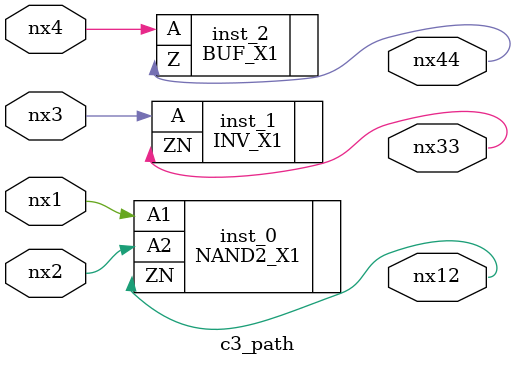
<source format=v>

module c3_path (
nx1,
nx3,
nx2,
nx4,
nx33,
nx44,
nx12);

// Start PIs
input nx1;
input nx3;
input nx2;
input nx4;

// Start POs
output nx33;
output nx44;
output nx12;

// Start wires
wire nx1;
wire nx3;
wire nx33;
wire nx44;
wire nx12;
wire nx2;
wire nx4;

// Start cells
BUF_X1 inst_2 ( .Z(nx44), .A(nx4) );
INV_X1 inst_1 ( .ZN(nx33), .A(nx3) );
NAND2_X1 inst_0 ( .ZN(nx12), .A2(nx2), .A1(nx1) );

endmodule

</source>
